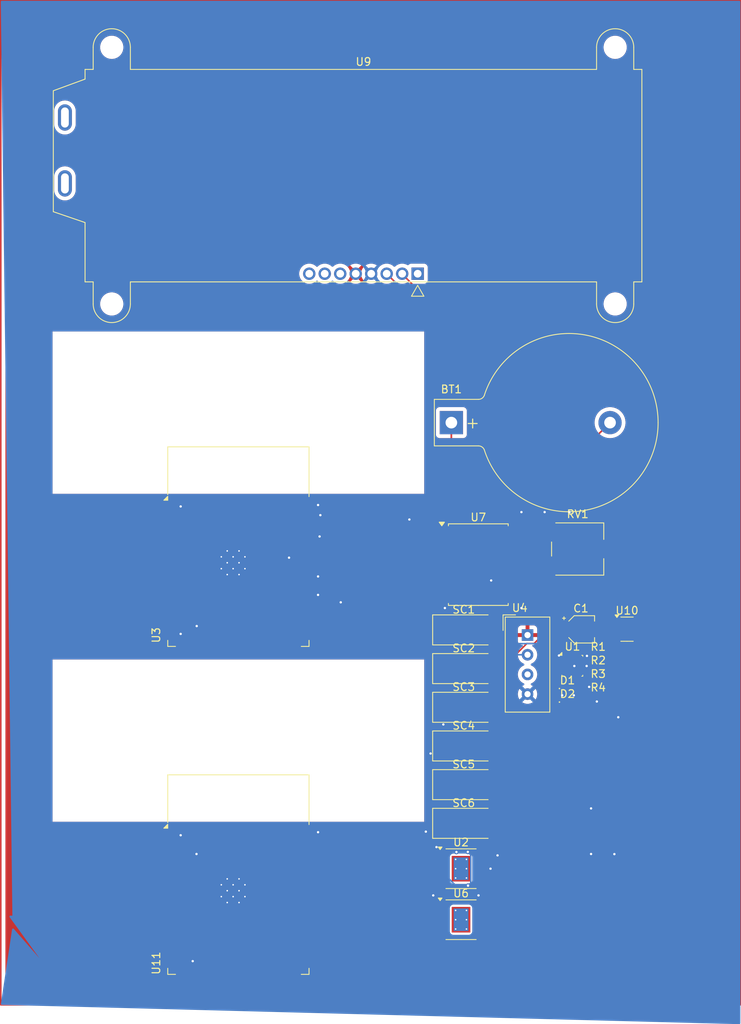
<source format=kicad_pcb>
(kicad_pcb (version 20241229) (generator "pcbnew") (generator_version "9.0")
  (layers (0 "F.Cu" signal) (2 "B.Cu" signal) (13 "F.Paste" user) (15 "B.Paste" user) (5 "F.SilkS" user "F.Silkscreen") (7 "B.SilkS" user "B.Silkscreen") (1 "F.Mask" user) (3 "B.Mask" user) (25 "Edge.Cuts" user))
  (net 0 "")
  (net 1 "GND")
  (net 2 "Net-(U1-SDO)")
  (net 5 "+5V")
  (net 6 "Net-(U1-SDI)")
  (net 7 "Net-(U1-SCK)")
  (net 8 "Net-(U2-EPAD)")
  (net 9 "Net-(BT1--)")
  (net 10 "Net-(U2-~{STDBY})")
  (net 11 "Net-(BT1-+)")
  (net 12 "Net-(U2-CE)")
  (net 13 "Net-(U2-PROG)")
  (net 14 "Net-(U2-~{CHRG})")
  (net 24 "Net-(U3-IO4)")
  (net 25 "Net-(U3-VDD)")
  (net 32 "Net-(U3-IO21)")
  (net 33 "Net-(U3-IO12)")
  (net 34 "Net-(U3-IO5)")
  (net 36 "Net-(U3-IO22)")
  (net 40 "Net-(U3-IO35)")
  (net 48 "Net-(SC4-+)")
  (net 49 "unconnected-(U6-EPAD-Pad9)")
  (net 51 "Net-(SC6--)")
  (net 105 "Net-(MK1-+)")
  (net 106 "Net-(U8A--)")
  (net 107 "Net-(MK1--)")
  (net 108 "Net-(U8A-+)")
  (net 109 "Net-(SC1-+)")
  (net 110 "Net-(SC1--)")
  (net 111 "Net-(SC2--)")
  (net 112 "Net-(SC3--)")
  (net 113 "Net-(SC4--)")
  (net 114 "Net-(SC5--)")
  (footprint "Diode_SMD:D_2512_6332Metric_Pad1.52x3.35mm_HandSolder" (layer "F.Cu") (at 128.2775 141.105)
    (property "Reference" "SC5")
    (property "Value" "2V")
  )
  (footprint "Diode_SMD:D_2512_6332Metric_Pad1.52x3.35mm_HandSolder" (layer "F.Cu") (at 128.2775 136.115)
    (property "Reference" "SC4")
    (property "Value" "2V")
  )
  (footprint "Resistor_SMD:R_0201_0603Metric_Pad0.64x0.40mm_HandSolder" (layer "F.Cu") (at 145.6425 129.625)
    (property "Reference" "R4")
    (property "Value" "10K")
  )
  (footprint "Package_TO_SOT_SMD:SOT-23-6" (layer "F.Cu") (at 149.3625 121.05)
    (property "Reference" "U10")
    (property "Value" "MT3608")
  )
  (footprint "RF_Module:ESP32-WROOM-32" (layer "F.Cu") (at 99.1825 113.395)
    (property "Reference" "U3")
    (property "Value" "ESP32-WROOM-32")
  )
  (footprint "Battery:BatteryHolder_Keystone_103_1x20mm" (layer "F.Cu") (at 126.6825 94.4107)
    (property "Reference" "BT1")
    (property "Value" "Battery")
  )
  (footprint "RF_Module:ESP32-WROOM-32" (layer "F.Cu") (at 99.1825 155.695)
    (property "Reference" "U11")
    (property "Value" "ESP32-WROOM-32")
  )
  (footprint "Package_LGA:Bosch_LGA-8_2.5x2.5mm_P0.65mm_ClockwisePinNumbering" (layer "F.Cu") (at 142.3075 125.77)
    (property "Reference" "U1")
    (property "Value" "BME280")
  )
  (footprint "Diode_SMD:D_2512_6332Metric_Pad1.52x3.35mm_HandSolder" (layer "F.Cu") (at 128.2775 121.145)
    (property "Reference" "SC1")
    (property "Value" "2V")
  )
  (footprint "Diode_SMD:D_2512_6332Metric_Pad1.52x3.35mm_HandSolder" (layer "F.Cu") (at 128.2775 126.135)
    (property "Reference" "SC2")
    (property "Value" "2V")
  )
  (footprint "Diode_SMD:D_2512_6332Metric_Pad1.52x3.35mm_HandSolder" (layer "F.Cu") (at 128.2775 146.095)
    (property "Reference" "SC6")
    (property "Value" "2V")
  )
  (footprint "Diode_SMD:D_2512_6332Metric_Pad1.52x3.35mm_HandSolder" (layer "F.Cu") (at 128.2775 131.125)
    (property "Reference" "SC3")
    (property "Value" "2V")
  )
  (footprint "LED_SMD:LED_0201_0603Metric_Pad0.64x0.40mm_HandSolder" (layer "F.Cu") (at 141.6725 130.455)
    (property "Reference" "D2")
    (property "Value" "LED")
  )
  (footprint "Package_SO:SOIC-8-1EP_3.9x4.9mm_P1.27mm_EP2.41x3.3mm_ThermalVias" (layer "F.Cu") (at 127.9325 151.945)
    (property "Reference" "U2")
    (property "Value" "TP4056-42-ESOP8")
  )
  (footprint "Capacitor_SMD:CP_Elec_3x5.4" (layer "F.Cu") (at 143.4125 121.075)
    (property "Reference" "C1")
    (property "Value" "C")
  )
  (footprint "Resistor_SMD:R_0201_0603Metric_Pad0.64x0.40mm_HandSolder" (layer "F.Cu") (at 145.6425 124.375)
    (property "Reference" "R1")
    (property "Value" "1K")
  )
  (footprint "Package_SO:SOIC-16W_7.5x10.3mm_P1.27mm" (layer "F.Cu") (at 130.1625 112.725)
    (property "Reference" "U7")
    (property "Value" "DS3231M")
  )
  (footprint "Sensor:Aosong_DHT11_5.5x12.0_P2.54mm" (layer "F.Cu") (at 136.5175 121.81)
    (property "Reference" "U4")
    (property "Value" "DHT11")
  )
  (footprint "Resistor_SMD:R_0201_0603Metric_Pad0.64x0.40mm_HandSolder" (layer "F.Cu") (at 145.6425 127.875)
    (property "Reference" "R3")
    (property "Value" "1K")
  )
  (footprint "Package_SO:SOIC-8-1EP_3.9x4.9mm_P1.27mm_EP2.41x3.3mm_ThermalVias" (layer "F.Cu") (at 127.9325 158.525)
    (property "Reference" "U6")
    (property "Value" "TP4056-42-ESOP8")
  )
  (footprint "Display:NHD-C0220BiZ" (layer "F.Cu") (at 115.3325 59.305)
    (property "Reference" "U9")
    (property "Value" "OLED")
  )
  (footprint "Potentiometer_SMD:Potentiometer_ACP_CA6-VSMD_Vertical" (layer "F.Cu") (at 142.9925 110.715)
    (property "Reference" "RV1")
    (property "Value" "POT")
  )
  (footprint "LED_SMD:LED_0201_0603Metric_Pad0.64x0.40mm_HandSolder" (layer "F.Cu") (at 141.6725 128.705)
    (property "Reference" "D1")
    (property "Value" "LED")
  )
  (footprint "Resistor_SMD:R_0201_0603Metric_Pad0.64x0.40mm_HandSolder" (layer "F.Cu") (at 145.6425 126.125)
    (property "Reference" "R2")
    (property "Value" "1K")
  )
  (gr_rect (start 68.5 40) (end 164 169.5) (stroke (width 0.2)) (fill no) (layer "F.Cu"))
  (segment (start 109.47 105.038) (end 109.092 105.038) (width 0.2) (layer "F.Cu") (net 1))
  (segment (start 134.812 114.749) (end 134.8125 114.7485) (width 0.2) (layer "F.Cu") (net 1))
  (segment (start 98.5025 156.31) (end 98.5025 155.5475) (width 0.2) (layer "F.Cu") (net 1))
  (segment (start 125.583 149.915) (end 125.458 150.04) (width 0.2) (layer "F.Cu") (net 1))
  (segment (start 96.9775 114.01) (end 96.9775 113.2475) (width 0.2) (layer "F.Cu") (net 1))
  (segment (start 93.2839 163.868) (end 93.4725 164.056) (width 0.2) (layer "F.Cu") (net 1))
  (segment (start 134.812 114.749) (end 134.812 112.09) (width 0.2) (layer "F.Cu") (net 1))
  (segment (start 91.4842 105.145) (end 91.5617 105.222) (width 0.2) (layer "F.Cu") (net 1))
  (segment (start 100.028 113.6287) (end 100.028 113.2475) (width 0.2) (layer "F.Cu") (net 1))
  (segment (start 125.583 149.915) (end 125.5825 149.915) (width 0.2) (layer "F.Cu") (net 1))
  (segment (start 96.9775 111.722) (end 96.9775 110.96) (width 0.2) (layer "F.Cu") (net 1))
  (segment (start 140.856 124.731) (end 140.575 124.45) (width 0.2) (layer "F.Cu") (net 1))
  (segment (start 98.5025 113.2475) (end 98.5025 112.485) (width 0.2) (layer "F.Cu") (net 1))
  (segment (start 141.982 128.608) (end 141.982 127.7015) (width 0.2) (layer "F.Cu") (net 1))
  (segment (start 141.332 124.745) (end 140.856 124.745) (width 0.2) (layer "F.Cu") (net 1))
  (segment (start 100.028 155.5475) (end 100.028 155.1662) (width 0.2) (layer "F.Cu") (net 1))
  (segment (start 134.812 116.0785) (end 134.812 114.749) (width 0.2) (layer "F.Cu") (net 1))
  (segment (start 134.812 117.408) (end 134.812 116.7432) (width 0.2) (layer "F.Cu") (net 1))
  (segment (start 141.9825 127.701) (end 141.9825 126.795) (width 0.2) (layer "F.Cu") (net 1))
  (segment (start 98.5025 154.022) (end 98.5025 153.26) (width 0.2) (layer "F.Cu") (net 1))
  (segment (start 134.812 116.7432) (end 134.812 116.0785) (width 0.2) (layer "F.Cu") (net 1))
  (segment (start 100.0275 110.96) (end 100.028 110.96) (width 0.2) (layer "F.Cu") (net 1))
  (segment (start 138.668 107.2875) (end 138.668 108.565) (width 0.2) (layer "F.Cu") (net 1))
  (segment (start 100.0275 155.9292) (end 100.0275 156.31) (width 0.2) (layer "F.Cu") (net 1))
  (segment (start 125.512 113.36) (end 125.512 113.9388) (width 0.2) (layer "F.Cu") (net 1))
  (segment (start 125.512 115.6755) (end 125.5125 115.676) (width 0.2) (layer "F.Cu") (net 1))
  (segment (start 141.265 130.455) (end 141.265 129.58) (width 0.2) (layer "F.Cu") (net 1))
  (segment (start 135.73 118.325) (end 134.812 117.408) (width 0.2) (layer "F.Cu") (net 1))
  (segment (start 134.8125 114.7485) (end 134.8125 114.63) (width 0.2) (layer "F.Cu") (net 1))
  (segment (start 145.112 124.498) (end 144.187 124.498) (width 0.2) (layer "F.Cu") (net 1))
  (segment (start 134.812 116.7432) (end 134.8125 116.7437) (width 0.2) (layer "F.Cu") (net 1))
  (segment (start 125.708 149.79) (end 125.583 149.915) (width 0.2) (layer "F.Cu") (net 1))
  (segment (start 141.332 124.745) (end 141.3325 124.745) (width 0.2) (layer "F.Cu") (net 1))
  (segment (start 108.984 147.445) (end 107.9325 147.445) (width 0.2) (layer "F.Cu") (net 1))
  (segment (start 93.8 120.65) (end 93.4725 120.978) (width 0.2) (layer "F.Cu") (net 1))
  (segment (start 125.512 115.6755) (end 125.512 117.991) (width 0.2) (layer "F.Cu") (net 1))
  (segment (start 125.512 114.5177) (end 125.512 115.6755) (width 0.2) (layer "F.Cu") (net 1))
  (segment (start 100.0275 153.26) (end 100.028 153.26) (width 0.2) (layer "F.Cu") (net 1))
  (segment (start 145.235 124.375) (end 145.112 124.498) (width 0.2) (layer "F.Cu") (net 1))
  (segment (start 145.093 127.875) (end 145.235 127.875) (width 0.2) (layer "F.Cu") (net 1))
  (segment (start 125.5125 115.9) (end 125.5125 117.17) (width 0.2) (layer "F.Cu") (net 1))
  (segment (start 100.028 113.6287) (end 100.0275 113.6292) (width 0.2) (layer "F.Cu") (net 1))
  (segment (start 138.668 106.01) (end 138.668 107.2875) (width 0.2) (layer "F.Cu") (net 1))
  (segment (start 144.472 128.496) (end 145.093 127.875) (width 0.2) (layer "F.Cu") (net 1))
  (segment (start 138.727 105.95) (end 138.668 106.01) (width 0.2) (layer "F.Cu") (net 1))
  (segment (start 91.5617 105.222) (end 91.7289 105.222) (width 0.2) (layer "F.Cu") (net 1))
  (segment (start 134.812 116.0785) (end 134.8125 116.078) (width 0.2) (layer "F.Cu") (net 1))
  (segment (start 90.4325 147.445) (end 91.4842 147.445) (width 0.2) (layer "F.Cu") (net 1))
  (segment (start 134.8125 113.36) (end 134.8125 112.09) (width 0.2) (layer "F.Cu") (net 1))
  (segment (start 100.028 112.8662) (end 100.028 112.485) (width 0.2) (layer "F.Cu") (net 1))
  (segment (start 108.984 105.145) (end 107.9325 105.145) (width 0.2) (layer "F.Cu") (net 1))
  (segment (start 125.5125 113.9383) (end 125.5125 113.36) (width 0.2) (layer "F.Cu") (net 1))
  (segment (start 100.028 155.9287) (end 100.028 155.5475) (width 0.2) (layer "F.Cu") (net 1))
  (segment (start 107.932 147.445) (end 107.9325 147.445) (width 0.2) (layer "F.Cu") (net 1))
  (segment (start 109.192 147.238) (end 108.984 147.445) (width 0.2) (layer "F.Cu") (net 1))
  (segment (start 140.856 124.745) (end 140.856 124.731) (width 0.2) (layer "F.Cu") (net 1))
  (segment (start 91.4842 147.445) (end 91.6692 147.63) (width 0.2) (layer "F.Cu") (net 1))
  (segment (start 100.028 113.2475) (end 100.028 112.8662) (width 0.2) (layer "F.Cu") (net 1))
  (segment (start 100.028 112.8662) (end 100.0275 112.8657) (width 0.2) (layer "F.Cu") (net 1))
  (segment (start 142.08 130.455) (end 142.08 129.58) (width 0.2) (layer "F.Cu") (net 1))
  (segment (start 93.4725 164.056) (end 93.4725 165.205) (width 0.2) (layer "F.Cu") (net 1))
  (segment (start 96.9775 154.022) (end 96.9775 153.26) (width 0.2) (layer "F.Cu") (net 1))
  (segment (start 142.08 128.705) (end 141.982 128.608) (width 0.2) (layer "F.Cu") (net 1))
  (segment (start 98.5025 111.7225) (end 98.5025 111.722) (width 0.2) (layer "F.Cu") (net 1))
  (segment (start 100.028 155.1662) (end 100.0275 155.1657) (width 0.2) (layer "F.Cu") (net 1))
  (segment (start 125.5125 114.5182) (end 125.5125 114.63) (width 0.2) (layer "F.Cu") (net 1))
  (segment (start 98.5025 111.722) (end 98.5025 110.96) (width 0.2) (layer "F.Cu") (net 1))
  (segment (start 100.028 155.9287) (end 100.0275 155.9292) (width 0.2) (layer "F.Cu") (net 1))
  (segment (start 125.512 117.991) (end 125.846 118.324) (width 0.2) (layer "F.Cu") (net 1))
  (segment (start 138.668 107.2875) (end 138.6675 107.288) (width 0.2) (layer "F.Cu") (net 1))
  (segment (start 141.265 129.58) (end 141.265 128.705) (width 0.2) (layer "F.Cu") (net 1))
  (segment (start 109.092 105.038) (end 108.984 105.145) (width 0.2) (layer "F.Cu") (net 1))
  (segment (start 145.466 130.382) (end 145.235 130.15) (width 0.2) (layer "F.Cu") (net 1))
  (segment (start 98.5025 114.01) (end 98.5025 113.2475) (width 0.2) (layer "F.Cu") (net 1))
  (segment (start 107.932 105.145) (end 107.9325 105.145) (width 0.2) (layer "F.Cu") (net 1))
  (segment (start 138.6675 107.288) (end 138.6675 108.565) (width 0.2) (layer "F.Cu") (net 1))
  (segment (start 100.028 154.022) (end 100.028 153.26) (width 0.2) (layer "F.Cu") (net 1))
  (segment (start 96.9775 154.0225) (end 96.9775 154.022) (width 0.2) (layer "F.Cu") (net 1))
  (segment (start 100.028 156.31) (end 100.028 155.9287) (width 0.2) (layer "F.Cu") (net 1))
  (segment (start 98.5025 155.5475) (end 98.5025 154.785) (width 0.2) (layer "F.Cu") (net 1))
  (segment (start 96.9775 155.5475) (end 96.9775 154.785) (width 0.2) (layer "F.Cu") (net 1))
  (segment (start 134.8125 114.63) (end 134.8125 113.36) (width 0.2) (layer "F.Cu") (net 1))
  (segment (start 100.0275 154.0225) (end 100.028 154.022) (width 0.2) (layer "F.Cu") (net 1))
  (segment (start 93.4725 120.978) (end 93.4725 122.905) (width 0.2) (layer "F.Cu") (net 1))
  (segment (start 145.235 126.125) (end 145.235 124.375) (width 0.2) (layer "F.Cu") (net 1))
  (segment (start 91.6692 147.63) (end 91.7289 147.63) (width 0.2) (layer "F.Cu") (net 1))
  (segment (start 125.512 113.9388) (end 125.512 114.5177) (width 0.2) (layer "F.Cu") (net 1))
  (segment (start 125.512 113.9388) (end 125.5125 113.9383) (width 0.2) (layer "F.Cu") (net 1))
  (segment (start 127.336 149.79) (end 125.708 149.79) (width 0.2) (layer "F.Cu") (net 1))
  (segment (start 134.8125 116.7437) (end 134.8125 117.17) (width 0.2) (layer "F.Cu") (net 1))
  (segment (start 134.8125 116.078) (end 134.8125 115.9) (width 0.2) (layer "F.Cu") (net 1))
  (segment (start 100.0275 113.6292) (end 100.0275 114.01) (width 0.2) (layer "F.Cu") (net 1))
  (segment (start 90.4325 105.145) (end 91.4842 105.145) (width 0.2) (layer "F.Cu") (net 1))
  (segment (start 96.9775 111.7225) (end 96.9775 111.722) (width 0.2) (layer "F.Cu") (net 1))
  (segment (start 100.0275 112.8657) (end 100.0275 112.485) (width 0.2) (layer "F.Cu") (net 1))
  (segment (start 100.0275 155.5475) (end 100.028 155.5475) (width 0.2) (layer "F.Cu") (net 1))
  (segment (start 100.028 111.722) (end 100.028 110.96) (width 0.2) (layer "F.Cu") (net 1))
  (segment (start 100.0275 155.1657) (end 100.0275 154.785) (width 0.2) (layer "F.Cu") (net 1))
  (segment (start 100.0275 113.2475) (end 100.028 113.2475) (width 0.2) (layer "F.Cu") (net 1))
  (segment (start 100.0275 111.7225) (end 100.028 111.722) (width 0.2) (layer "F.Cu") (net 1))
  (segment (start 100.028 155.1662) (end 100.028 154.785) (width 0.2) (layer "F.Cu") (net 1))
  (segment (start 96.9775 113.2475) (end 96.9775 112.485) (width 0.2) (layer "F.Cu") (net 1))
  (segment (start 145.235 130.15) (end 145.235 129.625) (width 0.2) (layer "F.Cu") (net 1))
  (segment (start 96.9775 156.31) (end 96.9775 155.5475) (width 0.2) (layer "F.Cu") (net 1))
  (segment (start 142.08 129.58) (end 142.08 128.705) (width 0.2) (layer "F.Cu") (net 1))
  (segment (start 109.47 147.238) (end 109.192 147.238) (width 0.2) (layer "F.Cu") (net 1))
  (segment (start 98.5025 154.0225) (end 98.5025 154.022) (width 0.2) (layer "F.Cu") (net 1))
  (segment (start 141.982 127.7015) (end 141.982 126.795) (width 0.2) (layer "F.Cu") (net 1))
  (segment (start 140.994 129.58) (end 141.265 129.58) (width 0.2) (layer "F.Cu") (net 1))
  (segment (start 141.982 127.7015) (end 141.9825 127.701) (width 0.2) (layer "F.Cu") (net 1))
  (segment (start 125.5825 149.915) (end 125.4575 150.04) (width 0.2) (layer "F.Cu") (net 1))
  (segment (start 125.512 114.5177) (end 125.5125 114.5182) (width 0.2) (layer "F.Cu") (net 1))
  (segment (start 125.5125 115.676) (end 125.5125 115.9) (width 0.2) (layer "F.Cu") (net 1))
  (segment (start 100.028 114.01) (end 100.028 113.6287) (width 0.2) (layer "F.Cu") (net 1))
  (segment (start 142.492 129.58) (end 142.08 129.58) (width 0.2) (layer "F.Cu") (net 1))
  (via (at 91.7289 147.63) (size 0.6) (drill 0.3) (layers "F.Cu" "B.Cu") (net 1))
  (via (at 142.492 129.58) (size 0.6) (drill 0.3) (layers "F.Cu" "B.Cu") (net 1))
  (via (at 91.7289 105.222) (size 0.6) (drill 0.3) (layers "F.Cu" "B.Cu") (net 1))
  (via (at 144.472 128.496) (size 0.6) (drill 0.3) (layers "F.Cu" "B.Cu") (net 1))
  (via (at 140.994 129.58) (size 0.6) (drill 0.3) (layers "F.Cu" "B.Cu") (net 1))
  (via (at 135.73 118.325) (size 0.6) (drill 0.3) (layers "F.Cu" "B.Cu") (net 1))
  (via (at 93.2839 163.868) (size 0.6) (drill 0.3) (layers "F.Cu" "B.Cu") (net 1))
  (via (at 140.575 124.45) (size 0.6) (drill 0.3) (layers "F.Cu" "B.Cu") (net 1))
  (via (at 144.187 124.498) (size 0.6) (drill 0.3) (layers "F.Cu" "B.Cu") (net 1))
  (via (at 125.846 118.324) (size 0.6) (drill 0.3) (layers "F.Cu" "B.Cu") (net 1))
  (via (at 109.47 105.038) (size 0.6) (drill 0.3) (layers "F.Cu" "B.Cu") (net 1))
  (via (at 127.336 149.79) (size 0.6) (drill 0.3) (layers "F.Cu" "B.Cu") (net 1))
  (via (at 93.8 120.65) (size 0.6) (drill 0.3) (layers "F.Cu" "B.Cu") (net 1))
  (via (at 145.466 130.382) (size 0.6) (drill 0.3) (layers "F.Cu" "B.Cu") (net 1))
  (via (at 138.727 105.95) (size 0.6) (drill 0.3) (layers "F.Cu" "B.Cu") (net 1))
  (via (at 109.47 147.238) (size 0.6) (drill 0.3) (layers "F.Cu" "B.Cu") (net 1))
  (segment (start 109.202 114.252) (end 108.984 114.035) (width 0.2) (layer "F.Cu") (net 2))
  (segment (start 143.282 126.519) (end 143.282 126.243) (width 0.2) (layer "F.Cu") (net 2))
  (segment (start 143.282 126.795) (end 143.282 126.519) (width 0.2) (layer "F.Cu") (net 2))
  (segment (start 143.003 126.243) (end 142.562 125.802) (width 0.2) (layer "F.Cu") (net 2))
  (segment (start 143.282 126.243) (end 143.003 126.243) (width 0.2) (layer "F.Cu") (net 2))
  (segment (start 143.2825 126.5195) (end 143.2825 126.795) (width 0.2) (layer "F.Cu") (net 2))
  (segment (start 108.984 114.035) (end 107.9325 114.035) (width 0.2) (layer "F.Cu") (net 2))
  (segment (start 107.932 114.035) (end 107.9325 114.035) (width 0.2) (layer "F.Cu") (net 2))
  (segment (start 143.282 126.519) (end 143.2825 126.5195) (width 0.2) (layer "F.Cu") (net 2))
  (segment (start 109.47 114.252) (end 109.202 114.252) (width 0.2) (layer "F.Cu") (net 2))
  (via (at 109.47 114.252) (size 0.6) (drill 0.3) (layers "F.Cu" "B.Cu") (net 2))
  (via (at 142.562 125.802) (size 0.6) (drill 0.3) (layers "F.Cu" "B.Cu") (net 2))
  (segment (start 108.858 116.907) (end 108.858 114.864) (width 0.2) (layer "B.Cu") (net 2))
  (segment (start 142.562 125.586) (end 139.889 122.914) (width 0.2) (layer "B.Cu") (net 2))
  (segment (start 114.865 122.914) (end 108.858 116.907) (width 0.2) (layer "B.Cu") (net 2))
  (segment (start 139.889 122.914) (end 114.865 122.914) (width 0.2) (layer "B.Cu") (net 2))
  (segment (start 142.562 125.802) (end 142.562 125.586) (width 0.2) (layer "B.Cu") (net 2))
  (segment (start 108.858 114.864) (end 109.47 114.252) (width 0.2) (layer "B.Cu") (net 2))
  (segment (start 143.412 123.103) (end 143.412 107.446) (width 0.2) (layer "F.Cu") (net 6))
  (segment (start 143.412 107.446) (end 141.917 105.95) (width 0.2) (layer "F.Cu") (net 6))
  (segment (start 142.632 123.883) (end 143.412 123.103) (width 0.2) (layer "F.Cu") (net 6))
  (segment (start 109.768 106.346) (end 109.054 106.346) (width 0.2) (layer "F.Cu") (net 6))
  (segment (start 109.054 106.346) (end 108.984 106.415) (width 0.2) (layer "F.Cu") (net 6))
  (segment (start 142.632 124.745) (end 142.632 124.314) (width 0.2) (layer "F.Cu") (net 6))
  (segment (start 108.984 106.415) (end 107.9325 106.415) (width 0.2) (layer "F.Cu") (net 6))
  (segment (start 142.6325 124.3145) (end 142.6325 124.745) (width 0.2) (layer "F.Cu") (net 6))
  (segment (start 142.632 124.314) (end 142.632 123.883) (width 0.2) (layer "F.Cu") (net 6))
  (segment (start 142.632 124.314) (end 142.6325 124.3145) (width 0.2) (layer "F.Cu") (net 6))
  (segment (start 107.932 106.415) (end 107.9325 106.415) (width 0.2) (layer "F.Cu") (net 6))
  (via (at 109.768 106.346) (size 0.6) (drill 0.3) (layers "F.Cu" "B.Cu") (net 6))
  (via (at 141.917 105.95) (size 0.6) (drill 0.3) (layers "F.Cu" "B.Cu") (net 6))
  (segment (start 141.304 105.337) (end 110.776 105.337) (width 0.2) (layer "B.Cu") (net 6))
  (segment (start 141.917 105.95) (end 141.304 105.337) (width 0.2) (layer "B.Cu") (net 6))
  (segment (start 110.776 105.337) (end 109.768 106.346) (width 0.2) (layer "B.Cu") (net 6))
  (segment (start 107.9325 115.305) (end 110.118 115.305) (width 0.2) (layer "F.Cu") (net 7))
  (segment (start 143.2825 125.0205) (end 143.2825 124.745) (width 0.2) (layer "F.Cu") (net 7))
  (segment (start 143.282 125.021) (end 143.282 125.297) (width 0.2) (layer "F.Cu") (net 7))
  (segment (start 143.644 125.297) (end 144.15 125.802) (width 0.2) (layer "F.Cu") (net 7))
  (segment (start 110.118 115.305) (end 112.399 117.587) (width 0.2) (layer "F.Cu") (net 7))
  (segment (start 143.282 124.745) (end 143.282 125.021) (width 0.2) (layer "F.Cu") (net 7))
  (segment (start 143.282 125.297) (end 143.644 125.297) (width 0.2) (layer "F.Cu") (net 7))
  (segment (start 107.932 115.305) (end 107.9325 115.305) (width 0.2) (layer "F.Cu") (net 7))
  (segment (start 143.282 125.021) (end 143.2825 125.0205) (width 0.2) (layer "F.Cu") (net 7))
  (via (at 112.399 117.587) (size 0.6) (drill 0.3) (layers "F.Cu" "B.Cu") (net 7))
  (via (at 144.15 125.802) (size 0.6) (drill 0.3) (layers "F.Cu" "B.Cu") (net 7))
  (segment (start 112.399 117.587) (end 135.934 117.587) (width 0.2) (layer "B.Cu") (net 7))
  (segment (start 135.934 117.587) (end 144.15 125.802) (width 0.2) (layer "B.Cu") (net 7))
  (segment (start 127.2325 151.3445) (end 127.2325 150.745) (width 0.2) (layer "F.Cu") (net 8))
  (segment (start 127.2325 151.9455) (end 127.2325 153.145) (width 0.2) (layer "F.Cu") (net 8))
  (segment (start 127.232 151.945) (end 127.2323 151.9452) (width 0.2) (layer "F.Cu") (net 8))
  (segment (start 127.932 151.945) (end 127.9325 151.945) (width 0.2) (layer "F.Cu") (net 8))
  (segment (start 127.232 153.145) (end 127.232 151.945) (width 0.2) (layer "F.Cu") (net 8))
  (segment (start 127.2323 151.9452) (end 127.2325 151.9455) (width 0.2) (layer "F.Cu") (net 8))
  (segment (start 127.9325 151.945) (end 128.632 151.945) (width 0.2) (layer "F.Cu") (net 8))
  (segment (start 128.632 150.745) (end 128.632 151.345) (width 0.2) (layer "F.Cu") (net 8))
  (segment (start 128.632 151.345) (end 128.6325 151.3445) (width 0.2) (layer "F.Cu") (net 8))
  (segment (start 128.632 151.345) (end 128.632 151.645) (width 0.2) (layer "F.Cu") (net 8))
  (segment (start 127.232 151.345) (end 127.232 150.745) (width 0.2) (layer "F.Cu") (net 8))
  (segment (start 128.6325 151.3445) (end 128.6325 150.745) (width 0.2) (layer "F.Cu") (net 8))
  (segment (start 128.632 151.645) (end 128.6325 151.6455) (width 0.2) (layer "F.Cu") (net 8))
  (segment (start 127.232 151.345) (end 127.2325 151.3445) (width 0.2) (layer "F.Cu") (net 8))
  (segment (start 128.632 153.145) (end 128.632 151.945) (width 0.2) (layer "F.Cu") (net 8))
  (segment (start 128.6325 151.6455) (end 128.6325 151.945) (width 0.2) (layer "F.Cu") (net 8))
  (segment (start 128.6325 153.145) (end 128.632 153.145) (width 0.2) (layer "F.Cu") (net 8))
  (segment (start 128.632 151.645) (end 128.632 151.945) (width 0.2) (layer "F.Cu") (net 8))
  (segment (start 127.2325 151.945) (end 127.2323 151.9452) (width 0.2) (layer "F.Cu") (net 8))
  (segment (start 127.232 151.945) (end 127.232 151.345) (width 0.2) (layer "F.Cu") (net 8))
  (segment (start 128.632 151.945) (end 127.9325 151.945) (width 0.2) (layer "B.Cu") (net 8))
  (segment (start 127.9325 151.945) (end 127.2325 151.945) (width 0.2) (layer "B.Cu") (net 8))
  (segment (start 128.632 151.945) (end 128.6325 151.945) (width 0.2) (layer "B.Cu") (net 8))
  (segment (start 127.2325 151.945) (end 127.232 151.945) (width 0.2) (layer "B.Cu") (net 8))
  (segment (start 132.536 142.573) (end 131.51 143.6) (width 0.2) (layer "F.Cu") (net 9))
  (segment (start 136.432 122.899) (end 132.536 126.795) (width 0.2) (layer "F.Cu") (net 9))
  (segment (start 123.763 149.249) (end 123.763 151.276) (width 0.2) (layer "F.Cu") (net 9))
  (segment (start 124.475 148.538) (end 123.763 149.249) (width 0.2) (layer "F.Cu") (net 9))
  (segment (start 125.4575 152.58) (end 125.458 152.58) (width 0.2) (layer "F.Cu") (net 9))
  (segment (start 131.51 143.6) (end 130.928 143.6) (width 0.2) (layer "F.Cu") (net 9))
  (segment (start 125.991 148.538) (end 124.475 148.538) (width 0.2) (layer "F.Cu") (net 9))
  (segment (start 130.928 143.6) (end 125.991 148.538) (width 0.2) (layer "F.Cu") (net 9))
  (segment (start 137.368 122.899) (end 136.432 122.899) (width 0.2) (layer "F.Cu") (net 9))
  (segment (start 123.763 151.276) (end 125.067 152.58) (width 0.2) (layer "F.Cu") (net 9))
  (segment (start 125.067 152.58) (end 125.4575 152.58) (width 0.2) (layer "F.Cu") (net 9))
  (segment (start 132.536 126.795) (end 132.536 142.573) (width 0.2) (layer "F.Cu") (net 9))
  (segment (start 143.8415 97.7413) (end 143.8419 97.7413) (width 0.2) (layer "F.Cu") (net 9))
  (segment (start 147.172 94.4107) (end 143.8415 97.7413) (width 0.2) (layer "F.Cu") (net 9))
  (segment (start 143.8419 97.7413) (end 147.1725 94.4107) (width 0.2) (layer "F.Cu") (net 9))
  (segment (start 143.8415 97.7413) (end 140.511 101.072) (width 0.2) (layer "F.Cu") (net 9))
  (segment (start 140.511 119.755) (end 137.368 122.899) (width 0.2) (layer "F.Cu") (net 9))
  (segment (start 140.511 101.072) (end 140.511 119.755) (width 0.2) (layer "F.Cu") (net 9))
  (segment (start 132.015 152.58) (end 130.408 152.58) (width 0.2) (layer "F.Cu") (net 10))
  (segment (start 144.733 127.345) (end 143.186 128.892) (width 0.2) (layer "F.Cu") (net 10))
  (segment (start 144.916 127.345) (end 144.733 127.345) (width 0.2) (layer "F.Cu") (net 10))
  (segment (start 130.408 152.58) (end 130.4075 152.58) (width 0.2) (layer "F.Cu") (net 10))
  (segment (start 143.186 128.892) (end 143.186 141.409) (width 0.2) (layer "F.Cu") (net 10))
  (segment (start 143.186 141.409) (end 132.015 152.58) (width 0.2) (layer "F.Cu") (net 10))
  (segment (start 146.05 126.211) (end 144.916 127.345) (width 0.2) (layer "F.Cu") (net 10))
  (segment (start 146.05 126.125) (end 146.05 126.211) (width 0.2) (layer "F.Cu") (net 10))
  (segment (start 126.682 105.011) (end 123.998 107.696) (width 0.2) (layer "F.Cu") (net 11))
  (segment (start 130.408 154.509) (end 130.408 153.85) (width 0.2) (layer "F.Cu") (net 11))
  (segment (start 126.682 99.7108) (end 126.682 105.011) (width 0.2) (layer "F.Cu") (net 11))
  (segment (start 130.4075 154.5085) (end 130.4075 153.85) (width 0.2) (layer "F.Cu") (net 11))
  (segment (start 130.408 154.509) (end 130.4075 154.5085) (width 0.2) (layer "F.Cu") (net 11))
  (segment (start 126.682 99.7108) (end 126.6825 99.7103) (width 0.2) (layer "F.Cu") (net 11))
  (segment (start 126.6825 99.7103) (end 126.6825 94.4107) (width 0.2) (layer "F.Cu") (net 11))
  (segment (start 130.186 155.39) (end 130.408 155.168) (width 0.2) (layer "F.Cu") (net 11))
  (segment (start 130.408 155.168) (end 130.408 154.509) (width 0.2) (layer "F.Cu") (net 11))
  (segment (start 123.998 107.696) (end 123.998 137.088) (width 0.2) (layer "F.Cu") (net 11))
  (segment (start 126.682 94.4107) (end 126.682 99.7108) (width 0.2) (layer "F.Cu") (net 11))
  (via (at 130.186 155.39) (size 0.6) (drill 0.3) (layers "F.Cu" "B.Cu") (net 11))
  (via (at 123.998 137.088) (size 0.6) (drill 0.3) (layers "F.Cu" "B.Cu") (net 11))
  (segment (start 128.515 155.39) (end 130.186 155.39) (width 0.2) (layer "B.Cu") (net 11))
  (segment (start 123.998 137.088) (end 123.998 150.872) (width 0.2) (layer "B.Cu") (net 11))
  (segment (start 123.998 150.872) (end 128.515 155.39) (width 0.2) (layer "B.Cu") (net 11))
  (segment (start 130.4075 150.0395) (end 130.4075 150.04) (width 0.2) (layer "F.Cu") (net 12))
  (segment (start 125.742 154.134) (end 125.6 153.992) (width 0.2) (layer "F.Cu") (net 12))
  (segment (start 125.6 153.992) (end 125.5995 153.992) (width 0.2) (layer "F.Cu") (net 12))
  (segment (start 130.4075 150.0395) (end 130.145 149.777) (width 0.2) (layer "F.Cu") (net 12))
  (segment (start 125.6 153.992) (end 125.458 153.85) (width 0.2) (layer "F.Cu") (net 12))
  (segment (start 130.408 150.04) (end 130.4075 150.0395) (width 0.2) (layer "F.Cu") (net 12))
  (segment (start 128.835 154.134) (end 125.742 154.134) (width 0.2) (layer "F.Cu") (net 12))
  (segment (start 125.5995 153.992) (end 125.4575 153.85) (width 0.2) (layer "F.Cu") (net 12))
  (segment (start 130.145 149.777) (end 128.809 149.777) (width 0.2) (layer "F.Cu") (net 12))
  (via (at 128.809 149.777) (size 0.6) (drill 0.3) (layers "F.Cu" "B.Cu") (net 12))
  (via (at 128.835 154.134) (size 0.6) (drill 0.3) (layers "F.Cu" "B.Cu") (net 12))
  (segment (start 129.184 153.785) (end 128.835 154.134) (width 0.2) (layer "B.Cu") (net 12))
  (segment (start 129.184 150.152) (end 129.184 153.785) (width 0.2) (layer "B.Cu") (net 12))
  (segment (start 128.809 149.777) (end 129.184 150.152) (width 0.2) (layer "B.Cu") (net 12))
  (segment (start 146.72 142.171) (end 144.721 144.17) (width 0.2) (layer "F.Cu") (net 13))
  (segment (start 146.05 127.875) (end 146.72 128.545) (width 0.2) (layer "F.Cu") (net 13))
  (segment (start 124.761 149.16) (end 124.621 149.16) (width 0.2) (layer "F.Cu") (net 13))
  (segment (start 125.049 151.31) (end 125.4575 151.31) (width 0.2) (layer "F.Cu") (net 13))
  (segment (start 124.621 149.16) (end 124.18 149.601) (width 0.2) (layer "F.Cu") (net 13))
  (segment (start 124.18 150.441) (end 125.049 151.31) (width 0.2) (layer "F.Cu") (net 13))
  (segment (start 146.72 128.545) (end 146.72 142.171) (width 0.2) (layer "F.Cu") (net 13))
  (segment (start 125.4575 151.31) (end 125.458 151.31) (width 0.2) (layer "F.Cu") (net 13))
  (segment (start 124.18 149.601) (end 124.18 150.441) (width 0.2) (layer "F.Cu") (net 13))
  (via (at 124.761 149.16) (size 0.6) (drill 0.3) (layers "F.Cu" "B.Cu") (net 13))
  (via (at 144.721 144.17) (size 0.6) (drill 0.3) (layers "F.Cu" "B.Cu") (net 13))
  (segment (start 139.731 149.16) (end 124.761 149.16) (width 0.2) (layer "B.Cu") (net 13))
  (segment (start 144.721 144.17) (end 139.731 149.16) (width 0.2) (layer "B.Cu") (net 13))
  (segment (start 131.042 151.945) (end 131.738 151.945) (width 0.2) (layer "F.Cu") (net 14))
  (segment (start 130.725 151.6275) (end 130.4075 151.31) (width 0.2) (layer "F.Cu") (net 14))
  (segment (start 130.408 151.31) (end 130.725 151.6275) (width 0.2) (layer "F.Cu") (net 14))
  (segment (start 130.725 151.6275) (end 131.042 151.945) (width 0.2) (layer "F.Cu") (net 14))
  (segment (start 146.05 124.375) (end 147.151 125.476) (width 0.2) (layer "F.Cu") (net 14))
  (segment (start 147.151 125.476) (end 147.151 147.62) (width 0.2) (layer "F.Cu") (net 14))
  (segment (start 147.151 147.62) (end 144.721 150.05) (width 0.2) (layer "F.Cu") (net 14))
  (via (at 144.721 150.05) (size 0.6) (drill 0.3) (layers "F.Cu" "B.Cu") (net 14))
  (via (at 131.738 151.945) (size 0.6) (drill 0.3) (layers "F.Cu" "B.Cu") (net 14))
  (segment (start 144.721 150.05) (end 142.826 151.945) (width 0.2) (layer "B.Cu") (net 14))
  (segment (start 142.826 151.945) (end 131.738 151.945) (width 0.2) (layer "B.Cu") (net 14))
  (segment (start 107.932 120.385) (end 106.881 120.385) (width 0.2) (layer "F.Cu") (net 24))
  (segment (start 106.881 120.385) (end 106.881 112.988) (width 0.2) (layer "F.Cu") (net 24))
  (segment (start 134.8125 107.5745) (end 134.8125 108.28) (width 0.2) (layer "F.Cu") (net 24))
  (segment (start 106.881 112.988) (end 105.723 111.83) (width 0.2) (layer "F.Cu") (net 24))
  (segment (start 107.932 120.385) (end 107.9325 120.385) (width 0.2) (layer "F.Cu") (net 24))
  (segment (start 134.812 107.574) (end 134.812 108.28) (width 0.2) (layer "F.Cu") (net 24))
  (segment (start 134.812 107.574) (end 134.8125 107.5745) (width 0.2) (layer "F.Cu") (net 24))
  (segment (start 134.812 106.868) (end 134.812 107.574) (width 0.2) (layer "F.Cu") (net 24))
  (segment (start 135.73 105.95) (end 134.812 106.868) (width 0.2) (layer "F.Cu") (net 24))
  (via (at 135.73 105.95) (size 0.6) (drill 0.3) (layers "F.Cu" "B.Cu") (net 24))
  (via (at 105.723 111.83) (size 0.6) (drill 0.3) (layers "F.Cu" "B.Cu") (net 24))
  (segment (start 111.603 105.95) (end 135.73 105.95) (width 0.2) (layer "B.Cu") (net 24))
  (segment (start 105.723 111.83) (end 111.603 105.95) (width 0.2) (layer "B.Cu") (net 24))
  (segment (start 115.719 111.495) (end 107.9325 111.495) (width 0.2) (layer "F.Cu") (net 32))
  (segment (start 123.53 103.685) (end 115.719 111.495) (width 0.2) (layer "F.Cu") (net 32))
  (segment (start 118.332 75.205) (end 123.53 80.4021) (width 0.2) (layer "F.Cu") (net 32))
  (segment (start 123.53 80.4021) (end 123.53 103.685) (width 0.2) (layer "F.Cu") (net 32))
  (segment (start 107.9325 111.495) (end 107.932 111.495) (width 0.2) (layer "F.Cu") (net 32))
  (segment (start 91.4842 121.655) (end 91.4917 121.662) (width 0.2) (layer "F.Cu") (net 33))
  (segment (start 91.4917 121.662) (end 91.7289 121.662) (width 0.2) (layer "F.Cu") (net 33))
  (segment (start 90.4325 121.655) (end 91.4842 121.655) (width 0.2) (layer "F.Cu") (net 33))
  (via (at 91.7289 121.662) (size 0.6) (drill 0.3) (layers "F.Cu" "B.Cu") (net 33))
  (segment (start 94.4164 124.35) (end 91.7289 121.662) (width 0.2) (layer "B.Cu") (net 33))
  (segment (start 136.5175 124.35) (end 94.4164 124.35) (width 0.2) (layer "B.Cu") (net 33))
  (segment (start 136.518 124.35) (end 136.5175 124.35) (width 0.2) (layer "B.Cu") (net 33))
  (segment (start 134.812 109.55) (end 134.418 109.55) (width 0.2) (layer "F.Cu") (net 34))
  (segment (start 134.812 109.55) (end 134.8125 109.55) (width 0.2) (layer "F.Cu") (net 34))
  (segment (start 109.468 116.632) (end 109.042 116.632) (width 0.2) (layer "F.Cu") (net 34))
  (segment (start 107.9325 116.575) (end 107.932 116.575) (width 0.2) (layer "F.Cu") (net 34))
  (segment (start 134.418 109.55) (end 131.823 112.145) (width 0.2) (layer "F.Cu") (net 34))
  (segment (start 108.984 116.575) (end 107.9325 116.575) (width 0.2) (layer "F.Cu") (net 34))
  (segment (start 131.823 112.145) (end 131.823 114.77) (width 0.2) (layer "F.Cu") (net 34))
  (segment (start 109.042 116.632) (end 108.984 116.575) (width 0.2) (layer "F.Cu") (net 34))
  (via (at 109.468 116.632) (size 0.6) (drill 0.3) (layers "F.Cu" "B.Cu") (net 34))
  (via (at 131.823 114.77) (size 0.6) (drill 0.3) (layers "F.Cu" "B.Cu") (net 34))
  (segment (start 131.823 114.77) (end 129.96 116.632) (width 0.2) (layer "B.Cu") (net 34))
  (segment (start 129.96 116.632) (end 109.468 116.632) (width 0.2) (layer "B.Cu") (net 34))
  (segment (start 124.004 78.9219) (end 124.004 104.164) (width 0.2) (layer "F.Cu") (net 36))
  (segment (start 120.332 75.205) (end 120.332 75.2277) (width 0.2) (layer "F.Cu") (net 36))
  (segment (start 120.332 75.2277) (end 120.3325 75.2272) (width 0.2) (layer "F.Cu") (net 36))
  (segment (start 109.666 108.367) (end 108.984 107.685) (width 0.2) (layer "F.Cu") (net 36))
  (segment (start 109.666 109.096) (end 109.666 108.367) (width 0.2) (layer "F.Cu") (net 36))
  (segment (start 120.3325 75.2272) (end 120.3325 75.205) (width 0.2) (layer "F.Cu") (net 36))
  (segment (start 107.932 107.685) (end 107.9325 107.685) (width 0.2) (layer "F.Cu") (net 36))
  (segment (start 108.984 107.685) (end 107.9325 107.685) (width 0.2) (layer "F.Cu") (net 36))
  (segment (start 124.004 104.164) (end 121.261 106.906) (width 0.2) (layer "F.Cu") (net 36))
  (segment (start 120.332 75.2505) (end 124.004 78.9219) (width 0.2) (layer "F.Cu") (net 36))
  (segment (start 120.332 75.2277) (end 120.332 75.2505) (width 0.2) (layer "F.Cu") (net 36))
  (via (at 109.666 109.096) (size 0.6) (drill 0.3) (layers "F.Cu" "B.Cu") (net 36))
  (via (at 121.261 106.906) (size 0.6) (drill 0.3) (layers "F.Cu" "B.Cu") (net 36))
  (segment (start 111.856 106.906) (end 109.666 109.096) (width 0.2) (layer "B.Cu") (net 36))
  (segment (start 121.261 106.906) (end 111.856 106.906) (width 0.2) (layer "B.Cu") (net 36))
  (segment (start 90.4325 148.715) (end 92.4387 148.715) (width 0.2) (layer "F.Cu") (net 48))
  (segment (start 125.647 133.34) (end 125.29 133.698) (width 0.2) (layer "F.Cu") (net 48))
  (segment (start 125.099 160.43) (end 123.345 158.676) (width 0.2) (layer "F.Cu") (net 48))
  (segment (start 92.4387 148.715) (end 93.7737 150.05) (width 0.2) (layer "F.Cu") (net 48))
  (segment (start 123.385 147.166) (end 123.716 146.836) (width 0.2) (layer "F.Cu") (net 48))
  (segment (start 125.29 133.698) (end 125.29 136.115) (width 0.2) (layer "F.Cu") (net 48))
  (segment (start 151.465 121.663) (end 150.852 121.05) (width 0.2) (layer "F.Cu") (net 48))
  (segment (start 125.458 160.43) (end 125.4575 160.43) (width 0.2) (layer "F.Cu") (net 48))
  (segment (start 151.465 129.18) (end 151.465 121.663) (width 0.2) (layer "F.Cu") (net 48))
  (segment (start 123.716 146.836) (end 123.716 138.22) (width 0.2) (layer "F.Cu") (net 48))
  (segment (start 125.29 136.646) (end 125.29 136.115) (width 0.2) (layer "F.Cu") (net 48))
  (segment (start 123.345 147.207) (end 123.385 147.166) (width 0.2) (layer "F.Cu") (net 48))
  (segment (start 125.4575 160.43) (end 125.099 160.43) (width 0.2) (layer "F.Cu") (net 48))
  (segment (start 148.235 132.41) (end 151.465 129.18) (width 0.2) (layer "F.Cu") (net 48))
  (segment (start 123.345 158.676) (end 123.345 147.207) (width 0.2) (layer "F.Cu") (net 48))
  (segment (start 150.852 121.05) (end 150.5 121.05) (width 0.2) (layer "F.Cu") (net 48))
  (segment (start 123.716 138.22) (end 125.29 136.646) (width 0.2) (layer "F.Cu") (net 48))
  (via (at 93.7737 150.05) (size 0.6) (drill 0.3) (layers "F.Cu" "B.Cu") (net 48))
  (via (at 125.647 133.34) (size 0.6) (drill 0.3) (layers "F.Cu" "B.Cu") (net 48))
  (via (at 148.235 132.41) (size 0.6) (drill 0.3) (layers "F.Cu" "B.Cu") (net 48))
  (via (at 123.385 147.166) (size 0.6) (drill 0.3) (layers "F.Cu" "B.Cu") (net 48))
  (segment (start 120.502 150.05) (end 123.385 147.166) (width 0.2) (layer "B.Cu") (net 48))
  (segment (start 93.7737 150.05) (end 120.502 150.05) (width 0.2) (layer "B.Cu") (net 48))
  (segment (start 147.305 133.34) (end 148.235 132.41) (width 0.2) (layer "B.Cu") (net 48))
  (segment (start 125.647 133.34) (end 147.305 133.34) (width 0.2) (layer "B.Cu") (net 48))
  (segment (start 127.232 159.125) (end 127.232 158.525) (width 0.2) (layer "F.Cu") (net 49))
  (segment (start 127.932 158.525) (end 127.9325 158.525) (width 0.2) (layer "F.Cu") (net 49))
  (segment (start 127.232 159.125) (end 127.2325 159.1255) (width 0.2) (layer "F.Cu") (net 49))
  (segment (start 128.632 158.525) (end 128.632 159.725) (width 0.2) (layer "F.Cu") (net 49))
  (segment (start 127.2325 157.9245) (end 127.2325 157.325) (width 0.2) (layer "F.Cu") (net 49))
  (segment (start 128.632 157.325) (end 128.632 157.925) (width 0.2) (layer "F.Cu") (net 49))
  (segment (start 127.232 159.725) (end 127.232 159.125) (width 0.2) (layer "F.Cu") (net 49))
  (segment (start 127.232 158.525) (end 127.232 157.925) (width 0.2) (layer "F.Cu") (net 49))
  (segment (start 127.932 158.525) (end 127.2325 158.525) (width 0.2) (layer "F.Cu") (net 49))
  (segment (start 127.232 157.925) (end 127.2325 157.9245) (width 0.2) (layer "F.Cu") (net 49))
  (segment (start 127.2325 159.1255) (end 127.2325 159.725) (width 0.2) (layer "F.Cu") (net 49))
  (segment (start 128.6325 159.725) (end 128.632 159.725) (width 0.2) (layer "F.Cu") (net 49))
  (segment (start 128.632 158.525) (end 128.6325 158.525) (width 0.2) (layer "F.Cu") (net 49))
  (segment (start 128.6325 157.9245) (end 128.6325 157.325) (width 0.2) (layer "F.Cu") (net 49))
  (segment (start 128.632 157.925) (end 128.6325 157.9245) (width 0.2) (layer "F.Cu") (net 49))
  (segment (start 128.632 157.925) (end 128.632 158.525) (width 0.2) (layer "F.Cu") (net 49))
  (segment (start 127.232 157.925) (end 127.232 157.325) (width 0.2) (layer "F.Cu") (net 49))
  (segment (start 127.2325 158.525) (end 127.232 158.525) (width 0.2) (layer "F.Cu") (net 49))
  (segment (start 128.632 158.525) (end 127.9325 158.525) (width 0.2) (layer "B.Cu") (net 49))
  (segment (start 127.2325 158.525) (end 127.232 158.525) (width 0.2) (layer "B.Cu") (net 49))
  (segment (start 127.9325 158.525) (end 127.2325 158.525) (width 0.2) (layer "B.Cu") (net 49))
  (segment (start 128.632 158.525) (end 128.6325 158.525) (width 0.2) (layer "B.Cu") (net 49))
  (segment (start 124.343 155.39) (end 124.148 155.585) (width 0.2) (layer "F.Cu") (net 51))
  (segment (start 149.19 122.337) (end 149.19 121.663) (width 0.2) (layer "F.Cu") (net 51))
  (segment (start 125.095 159.16) (end 125.4575 159.16) (width 0.2) (layer "F.Cu") (net 51))
  (segment (start 148.577 121.05) (end 148.225 121.05) (width 0.2) (layer "F.Cu") (net 51))
  (segment (start 131.265 146.095) (end 131.265 148.847) (width 0.2) (layer "F.Cu") (net 51))
  (segment (start 124.148 155.585) (end 124.148 158.213) (width 0.2) (layer "F.Cu") (net 51))
  (segment (start 147.592 123.935) (end 149.19 122.337) (width 0.2) (layer "F.Cu") (net 51))
  (segment (start 124.148 158.213) (end 125.095 159.16) (width 0.2) (layer "F.Cu") (net 51))
  (segment (start 149.19 121.663) (end 148.577 121.05) (width 0.2) (layer "F.Cu") (net 51))
  (segment (start 147.592 149.924) (end 147.592 123.935) (width 0.2) (layer "F.Cu") (net 51))
  (segment (start 147.732 150.064) (end 147.592 149.924) (width 0.2) (layer "F.Cu") (net 51))
  (segment (start 131.265 148.847) (end 132.645 150.228) (width 0.2) (layer "F.Cu") (net 51))
  (segment (start 125.4575 159.16) (end 125.458 159.16) (width 0.2) (layer "F.Cu") (net 51))
  (via (at 132.645 150.228) (size 0.6) (drill 0.3) (layers "F.Cu" "B.Cu") (net 51))
  (via (at 147.732 150.064) (size 0.6) (drill 0.3) (layers "F.Cu" "B.Cu") (net 51))
  (via (at 124.343 155.39) (size 0.6) (drill 0.3) (layers "F.Cu" "B.Cu") (net 51))
  (segment (start 143.41 150.228) (end 144.223 149.414) (width 0.2) (layer "B.Cu") (net 51))
  (segment (start 131.136 155.376) (end 131.136 151.664) (width 0.2) (layer "B.Cu") (net 51))
  (segment (start 144.223 149.414) (end 147.082 149.414) (width 0.2) (layer "B.Cu") (net 51))
  (segment (start 132.572 150.228) (end 132.645 150.228) (width 0.2) (layer "B.Cu") (net 51))
  (segment (start 130.476 156.036) (end 131.136 155.376) (width 0.2) (layer "B.Cu") (net 51))
  (segment (start 131.136 151.664) (end 132.572 150.228) (width 0.2) (layer "B.Cu") (net 51))
  (segment (start 124.343 155.39) (end 124.99 156.036) (width 0.2) (layer "B.Cu") (net 51))
  (segment (start 147.082 149.414) (end 147.732 150.064) (width 0.2) (layer "B.Cu") (net 51))
  (segment (start 132.645 150.228) (end 143.41 150.228) (width 0.2) (layer "B.Cu") (net 51))
  (segment (start 124.99 156.036) (end 130.476 156.036) (width 0.2) (layer "B.Cu") (net 51))
  (segment (start 131.265 121.145) (end 126.275 126.135) (width 0.2) (layer "F.Cu") (net 110))
  (segment (start 126.275 126.135) (end 125.29 126.135) (width 0.2) (layer "F.Cu") (net 110))
  (segment (start 126.275 131.125) (end 125.29 131.125) (width 0.2) (layer "F.Cu") (net 111))
  (segment (start 131.265 126.135) (end 126.275 131.125) (width 0.2) (layer "F.Cu") (net 111))
  (segment (start 131.265 136.115) (end 126.275 141.105) (width 0.2) (layer "F.Cu") (net 113))
  (segment (start 126.275 141.105) (end 125.29 141.105) (width 0.2) (layer "F.Cu") (net 113))
  (segment (start 126.275 146.095) (end 125.29 146.095) (width 0.2) (layer "F.Cu") (net 114))
  (segment (start 131.265 141.105) (end 126.275 146.095) (width 0.2) (layer "F.Cu") (net 114))
  (zone (net 5) (net_name "+5V") (layer "F.Cu") (priority 1) (connect_pads (clearance 0.5)) (min_thickness 0.25) (fill yes (thermal_gap 0.5) (thermal_bridge_width 0.5))
    (polygon (pts (xy 68.5 40) (xy 164 40) (xy 164 169.5) (xy 68.5 169.5)))
  )
  (zone (net 1) (net_name "GND") (layer "B.Cu") (priority 2) (connect_pads (clearance 0.5)) (min_thickness 0.25) (fill yes (thermal_gap 0.5) (thermal_bridge_width 0.5))
    (polygon (pts (xy 68.5 40) (xy 164 40) (xy 164 172) (xy 68.5 169.5) (xy 70 159.5) (xy 73.5 163.5) (xy 69.5 158) (xy 70 158)))
  )
)
</source>
